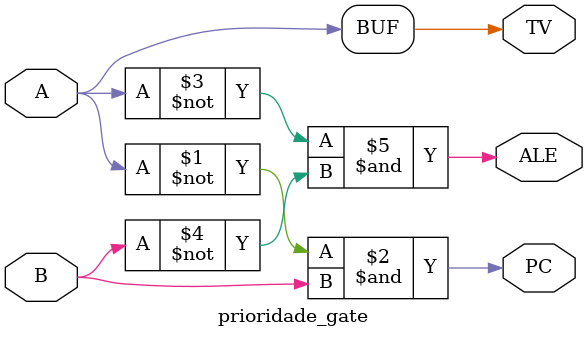
<source format=v>
module prioridade_gate(A, B, TV, PC, ALE);

    input A, B;
    output TV, PC, ALE;

    assign TV = A;
    assign PC = ~A & B;
    assign ALE = ~A & ~B;

endmodule
</source>
